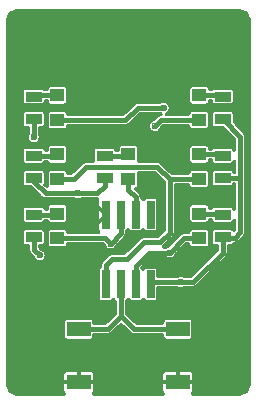
<source format=gbr>
G04 GENERATED BY PULSONIX 10.5 GERBER.DLL 7875A*
G04 #@! TF.GenerationSoftware,Pulsonix,Pulsonix,10.5.7875a*
G04 #@! TF.CreationDate,2019-10-01T10:17:34--1:00*
G04 #@! TF.Part,Single*
%FSLAX35Y35*%
%LPD*%
%MOMM*%
G04 #@! TF.FileFunction,Copper,L1,Top*
G04 #@! TF.FilePolarity,Positive*
G04 #@! TA.AperFunction,Conductor*
%ADD18C,0.40640*%
G04 #@! TA.AperFunction,SMDPad*
%ADD20R,1.40000X0.90000*%
%ADD82R,1.20000X1.10000*%
G04 #@! TA.AperFunction,Conductor*
%ADD163C,0.30480*%
G04 #@! TA.AperFunction,OtherCopper*
%ADD173C,0.30000*%
G04 #@! TA.AperFunction,ViaPad*
%ADD178C,0.60000X0.40000*%
G04 #@! TA.AperFunction,SMDPad*
%ADD1069R,0.70000X2.40000*%
%ADD1070R,2.00000X1.30000*%
X0Y0D02*
D02*
D18*
X590000Y1644750D02*
Y1540000D01*
X640000Y1490000*
X590000Y2490000D02*
Y2644750D01*
Y2835250D02*
X599750Y2845000D01*
X790000*
Y1635000D02*
X1195000D01*
X1240000Y1590000*
X790000Y1845000D02*
X780250Y1835250D01*
X590000*
X790000Y2135000D02*
X928750D01*
X1033750Y2240000*
X1635000*
X1740000Y2135000*
X790000Y2345000D02*
X780250Y2335250D01*
X590000*
X790000Y2635000D02*
X1366250D01*
X1471250Y2740000*
X1690000*
X965000Y2015000D02*
X690000D01*
X590000Y2115000*
Y2144750*
X1190000D02*
Y2077500D01*
X1127500Y2015000*
X965000*
X1199500Y1245000D02*
Y1405750D01*
X1252500Y1458750*
X1377500*
X1521250Y1602500*
X1658750*
X1740000Y1683750*
Y2135000*
X1326500Y977500D02*
Y976500D01*
X1215000Y865000*
X970000*
X1326500Y1245000D02*
Y977500D01*
Y1835000D02*
Y1676500D01*
X1240000Y1590000*
X1390000Y2345000D02*
X1380250Y2335250D01*
X1190000*
X1453500Y1835000D02*
Y1982750D01*
X1390000Y2046250*
Y2135000*
X1580500Y1245000D02*
X1600500Y1265000D01*
X1833750*
X1740000Y1515000D02*
X1565000D01*
X1453500Y1403500*
Y1245000*
X1740000Y1515000D02*
X1859999Y1635000D01*
X1990000*
X1740000Y2135000D02*
X1990000D01*
X1810000Y865000D02*
X1439000D01*
X1326500Y977500*
X1990000Y2345000D02*
X2180250D01*
X2190000Y2335250*
X1990000Y2635000D02*
X1665000D01*
X1615000Y2585000*
X1990000Y2845000D02*
X2180250D01*
X2190000Y2835250*
Y1644750D02*
Y1515000D01*
X1940000Y1265000*
X1833750*
X2190000Y1835250D02*
X2180250Y1845000D01*
X1990000*
X2190000Y2144750D02*
X2335000Y2145000D01*
X2195000Y1640000D02*
X2290000D01*
X2340000Y1690000*
Y2140000*
Y2495000*
X2190000Y2644750*
D02*
D20*
X590000Y1644750D03*
Y1835250D03*
Y2144750D03*
Y2335250D03*
Y2644750D03*
Y2835250D03*
X1190000Y2144750D03*
Y2335250D03*
X2190000Y1644750D03*
Y1835250D03*
Y2144750D03*
Y2335250D03*
Y2644750D03*
Y2835250D03*
D02*
D82*
X790000Y1635000D03*
Y1845000D03*
Y2135000D03*
Y2345000D03*
Y2635000D03*
Y2845000D03*
X1390000Y2135000D03*
Y2345000D03*
X1990000Y1635000D03*
Y1845000D03*
Y2135000D03*
Y2345000D03*
Y2635000D03*
Y2845000D03*
D02*
D163*
X2190000Y1644750D02*
X2195000Y1640000D01*
X2335000Y2145000D02*
X2340000Y2140000D01*
D02*
D173*
X370800Y3490000D02*
Y390000D01*
G75*
G03X440000Y320800I69200*
G01*
X842080*
G75*
G02X829600Y350000I27920J29200*
G01*
Y480000*
G75*
G02X870000Y520400I40400*
G01*
X1070000*
G75*
G02X1110400Y480000J-40400*
G01*
Y350000*
G75*
G02X1097920Y320800I-40400*
G01*
X1682080*
G75*
G02X1669600Y350000I27920J29200*
G01*
Y480000*
G75*
G02X1710000Y520400I40400*
G01*
X1910000*
G75*
G02X1950400Y480000J-40400*
G01*
Y350000*
G75*
G02X1937920Y320800I-40400*
G01*
X2340000*
G75*
G03X2409200Y390000J69200*
G01*
Y3490000*
G75*
G03X2340000Y3559200I-69200*
G01*
X440000*
G75*
G03X370800Y3490000J-69200*
G01*
X652593Y1548909D02*
G75*
G02X700240Y1490000I-12593J-58909D01*
G01*
G75*
G02X581091Y1477407I-60240*
G01*
X554400Y1504098*
G75*
G02X539440Y1540000I35600J35902*
G01*
Y1569510*
X520000*
G75*
G02X489760Y1599750J30240*
G01*
Y1689750*
G75*
G02X520000Y1719990I30240*
G01*
X660000*
G75*
G02X690240Y1689750J-30240*
G01*
Y1599750*
G75*
G02X660000Y1569510I-30240*
G01*
X640560*
Y1560942*
X652593Y1548909*
X850000Y1930240D02*
G75*
G02X880240Y1900000J-30240D01*
G01*
Y1790000*
G75*
G02X850000Y1759760I-30240*
G01*
X730000*
G75*
G02X700230Y1784690J30240*
G01*
X689724*
G75*
G02X660000Y1760010I-29724J5560*
G01*
X520000*
G75*
G02X489760Y1790250J30240*
G01*
Y1880250*
G75*
G02X520000Y1910490I30240*
G01*
X660000*
G75*
G02X689724Y1885810J-30240*
G01*
X699760*
Y1900000*
G75*
G02X730000Y1930240I30240*
G01*
X850000*
X2390560Y2146530D02*
G75*
G02Y2133470I-50560J-6530D01*
G01*
Y1690000*
G75*
G02X2375600Y1654098I-50560*
G01*
X2325902Y1604400*
G75*
G02X2290000Y1589440I-35902J35600*
G01*
X2288428*
G75*
G02X2260000Y1569510I-28428J10310*
G01*
X2240560*
Y1515000*
G75*
G02X2225600Y1479098I-50560*
G01*
X1975902Y1229400*
G75*
G02X1940000Y1214440I-35902J35600*
G01*
X1866500*
G75*
G02X1801000I-32750J50560*
G01*
X1645740*
Y1125000*
G75*
G02X1615500Y1094760I-30240*
G01*
X1545500*
G75*
G02X1517000Y1114890J30240*
G01*
G75*
G02X1488500Y1094760I-28500J10110*
G01*
X1418500*
G75*
G02X1390000Y1114890J30240*
G01*
G75*
G02X1377060Y1099070I-28500J10110*
G01*
Y998442*
X1459942Y915560*
X1679760*
Y930000*
G75*
G02X1710000Y960240I30240*
G01*
X1910000*
G75*
G02X1940240Y930000J-30240*
G01*
Y800000*
G75*
G02X1910000Y769760I-30240*
G01*
X1710000*
G75*
G02X1679760Y800000J30240*
G01*
Y814440*
X1439000*
G75*
G02X1403098Y829400J50560*
G01*
X1327000Y905498*
X1250902Y829400*
G75*
G02X1215000Y814440I-35902J35600*
G01*
X1100240*
Y800000*
G75*
G02X1070000Y769760I-30240*
G01*
X870000*
G75*
G02X839760Y800000J30240*
G01*
Y930000*
G75*
G02X870000Y960240I30240*
G01*
X1070000*
G75*
G02X1100240Y930000J-30240*
G01*
Y915560*
X1194058*
X1275940Y997442*
Y1099070*
G75*
G02X1263000Y1114890I15560J25930*
G01*
G75*
G02X1234500Y1094760I-28500J10110*
G01*
X1164500*
G75*
G02X1134260Y1125000J30240*
G01*
Y1365000*
G75*
G02X1148940Y1390930I30240*
G01*
Y1405750*
G75*
G02X1163900Y1441652I50560*
G01*
X1216598Y1494350*
G75*
G02X1252500Y1509310I35902J-35600*
G01*
X1356558*
X1485348Y1638100*
G75*
G02X1521250Y1653060I35902J-35600*
G01*
X1637808*
X1689440Y1704692*
Y2114058*
X1614058Y2189440*
X1480240*
Y2080000*
G75*
G02X1457138Y2050614I-30240*
G01*
X1489100Y2018652*
G75*
G02X1504060Y1982750I-35600J-35902*
G01*
Y1980930*
G75*
G02X1517000Y1965110I-15560J-25930*
G01*
G75*
G02X1545500Y1985240I28500J-10110*
G01*
X1615500*
G75*
G02X1645740Y1955000J-30240*
G01*
Y1715000*
G75*
G02X1615500Y1684760I-30240*
G01*
X1545500*
G75*
G02X1517000Y1704890J30240*
G01*
G75*
G02X1488500Y1684760I-28500J10110*
G01*
X1418500*
G75*
G02X1390000Y1704890J30240*
G01*
G75*
G02X1377060Y1689070I-28500J10110*
G01*
Y1676500*
G75*
G02X1362100Y1640598I-50560*
G01*
X1298909Y1577407*
G75*
G02X1181091I-58909J12593*
G01*
X1174058Y1584440*
X880240*
Y1580000*
G75*
G02X850000Y1549760I-30240*
G01*
X730000*
G75*
G02X699760Y1580000J30240*
G01*
Y1690000*
G75*
G02X730000Y1720240I30240*
G01*
X850000*
G75*
G02X880240Y1690000J-30240*
G01*
Y1685560*
X1136833*
G75*
G02X1124100Y1715000I27667J29440*
G01*
Y1955000*
G75*
G02X1125218Y1964440I40400J2*
G01*
X997750*
G75*
G02X932250I-32750J50560*
G01*
X690000*
G75*
G02X654098Y1979400J50560*
G01*
X563988Y2069510*
X520000*
G75*
G02X489760Y2099750J30240*
G01*
Y2189750*
G75*
G02X520000Y2219990I30240*
G01*
X660000*
G75*
G02X690240Y2189750J-30240*
G01*
Y2099750*
G75*
G02X688050Y2088452I-30240*
G01*
X699958Y2076544*
G75*
G02X699760Y2080000I30042J3455*
G01*
Y2190000*
G75*
G02X730000Y2220240I30240*
G01*
X850000*
G75*
G02X880240Y2190000J-30240*
G01*
Y2185560*
X907808*
X997848Y2275600*
G75*
G02X1033750Y2290560I35902J-35600*
G01*
X1089760*
Y2380250*
G75*
G02X1120000Y2410490I30240*
G01*
X1260000*
G75*
G02X1289724Y2385810J-30240*
G01*
X1299760*
Y2400000*
G75*
G02X1330000Y2430240I30240*
G01*
X1450000*
G75*
G02X1480240Y2400000J-30240*
G01*
Y2290560*
X1635000*
G75*
G02X1670902Y2275600J-50560*
G01*
X1760942Y2185560*
X1899760*
Y2190000*
G75*
G02X1930000Y2220240I30240*
G01*
X2050000*
G75*
G02X2080240Y2190000J-30240*
G01*
Y2080000*
G75*
G02X2050000Y2049760I-30240*
G01*
X1930000*
G75*
G02X1899760Y2080000J30240*
G01*
Y2084440*
X1790560*
Y1683750*
G75*
G02X1775600Y1647848I-50560*
G01*
X1694652Y1566900*
G75*
G02X1693272Y1565560I-35905J35597*
G01*
X1707250*
G75*
G02X1727407Y1573909I32750J-50560*
G01*
X1824097Y1670600*
G75*
G02X1859999Y1685560I35902J-35600*
G01*
X1899760*
Y1690000*
G75*
G02X1930000Y1720240I30240*
G01*
X2050000*
G75*
G02X2080240Y1690000J-30240*
G01*
Y1580000*
G75*
G02X2050000Y1549760I-30240*
G01*
X1930000*
G75*
G02X1899760Y1580000J30240*
G01*
Y1584440*
X1880941*
X1798909Y1502407*
G75*
G02X1707250Y1464440I-58909J12593*
G01*
X1585942*
X1508861Y1387359*
G75*
G02X1517000Y1375110I-20362J-22358*
G01*
G75*
G02X1545500Y1395240I28500J-10110*
G01*
X1615500*
G75*
G02X1645740Y1365000J-30240*
G01*
Y1315560*
X1801000*
G75*
G02X1866500I32750J-50560*
G01*
X1919058*
X2139440Y1535942*
Y1569510*
X2120000*
G75*
G02X2089760Y1599750J30240*
G01*
Y1689750*
G75*
G02X2120000Y1719990I30240*
G01*
X2260000*
G75*
G02X2285105Y1706607I-1J-30240*
G01*
X2289440Y1710942*
Y1783340*
G75*
G02X2260000Y1760010I-29440J6910*
G01*
X2120000*
G75*
G02X2089760Y1790250J30240*
G01*
Y1794440*
X2080240*
Y1790000*
G75*
G02X2050000Y1759760I-30240*
G01*
X1930000*
G75*
G02X1899760Y1790000J30240*
G01*
Y1900000*
G75*
G02X1930000Y1930240I30240*
G01*
X2050000*
G75*
G02X2080240Y1900000J-30240*
G01*
Y1895560*
X2093922*
G75*
G02X2120000Y1910490I26078J-15310*
G01*
X2260000*
G75*
G02X2289440Y1887160J-30240*
G01*
Y2092840*
G75*
G02X2260000Y2069510I-29440J6910*
G01*
X2120000*
G75*
G02X2089760Y2099750J30240*
G01*
Y2189750*
G75*
G02X2120000Y2219990I30240*
G01*
X2260000*
G75*
G02X2289440Y2196660J-30240*
G01*
Y2283340*
G75*
G02X2260000Y2260010I-29440J6910*
G01*
X2120000*
G75*
G02X2089760Y2290250J30240*
G01*
Y2294440*
X2080240*
Y2290000*
G75*
G02X2050000Y2259760I-30240*
G01*
X1930000*
G75*
G02X1899760Y2290000J30240*
G01*
Y2400000*
G75*
G02X1930000Y2430240I30240*
G01*
X2050000*
G75*
G02X2080240Y2400000J-30240*
G01*
Y2395560*
X2093922*
G75*
G02X2120000Y2410490I26078J-15310*
G01*
X2260000*
G75*
G02X2289440Y2387160J-30240*
G01*
Y2474032*
X2193803Y2569510*
X2120000*
G75*
G02X2089760Y2599750J30240*
G01*
Y2689750*
G75*
G02X2120000Y2719990I30240*
G01*
X2260000*
G75*
G02X2290240Y2689750J-30240*
G01*
Y2616121*
X2375722Y2530781*
G75*
G02X2390560Y2494834I-35722J-35781*
G01*
Y2146530*
X850000Y2430240D02*
G75*
G02X880240Y2400000J-30240D01*
G01*
Y2290000*
G75*
G02X850000Y2259760I-30240*
G01*
X730000*
G75*
G02X700230Y2284690J30240*
G01*
X689724*
G75*
G02X660000Y2260010I-29724J5560*
G01*
X520000*
G75*
G02X489760Y2290250J30240*
G01*
Y2380250*
G75*
G02X520000Y2410490I30240*
G01*
X660000*
G75*
G02X689724Y2385810J-30240*
G01*
X699760*
Y2400000*
G75*
G02X730000Y2430240I30240*
G01*
X850000*
X660000Y2719990D02*
G75*
G02X690240Y2689750J-30240D01*
G01*
Y2599750*
G75*
G02X660000Y2569510I-30240*
G01*
X640560*
Y2522750*
G75*
G02X650240Y2490000I-50560J-32750*
G01*
G75*
G02X529760I-60240*
G01*
G75*
G02X539440Y2522750I60240*
G01*
Y2569510*
X520000*
G75*
G02X489760Y2599750J30240*
G01*
Y2689750*
G75*
G02X520000Y2719990I30240*
G01*
X660000*
X850000Y2930240D02*
G75*
G02X880240Y2900000J-30240D01*
G01*
Y2790000*
G75*
G02X850000Y2759760I-30240*
G01*
X730000*
G75*
G02X699760Y2790000J30240*
G01*
Y2794440*
X690240*
Y2790250*
G75*
G02X660000Y2760010I-30240*
G01*
X520000*
G75*
G02X489760Y2790250J30240*
G01*
Y2880250*
G75*
G02X520000Y2910490I30240*
G01*
X660000*
G75*
G02X686078Y2895560J-30240*
G01*
X699760*
Y2900000*
G75*
G02X730000Y2930240I30240*
G01*
X850000*
X2050000Y2720240D02*
G75*
G02X2080240Y2690000J-30240D01*
G01*
Y2580000*
G75*
G02X2050000Y2549760I-30240*
G01*
X1930000*
G75*
G02X1899760Y2580000J30240*
G01*
Y2584440*
X1685942*
X1673909Y2572407*
G75*
G02X1554760Y2585000I-58909J12593*
G01*
G75*
G02X1602407Y2643909I60240*
G01*
X1629098Y2670600*
G75*
G02X1664222Y2685554I35902J-35600*
G01*
G75*
G02X1657250Y2689440I25778J54446*
G01*
X1492192*
X1402152Y2599400*
G75*
G02X1366250Y2584440I-35902J35600*
G01*
X880240*
Y2580000*
G75*
G02X850000Y2549760I-30240*
G01*
X730000*
G75*
G02X699760Y2580000J30240*
G01*
Y2690000*
G75*
G02X730000Y2720240I30240*
G01*
X850000*
G75*
G02X880240Y2690000J-30240*
G01*
Y2685560*
X1345308*
X1435348Y2775600*
G75*
G02X1471250Y2790560I35902J-35600*
G01*
X1657250*
G75*
G02X1750240Y2740000I32750J-50560*
G01*
G75*
G02X1715790Y2685560I-60240*
G01*
X1899760*
Y2690000*
G75*
G02X1930000Y2720240I30240*
G01*
X2050000*
X2260000Y2910490D02*
G75*
G02X2290240Y2880250J-30240D01*
G01*
Y2790250*
G75*
G02X2260000Y2760010I-30240*
G01*
X2120000*
G75*
G02X2089760Y2790250J30240*
G01*
Y2794440*
X2080240*
Y2790000*
G75*
G02X2050000Y2759760I-30240*
G01*
X1930000*
G75*
G02X1899760Y2790000J30240*
G01*
Y2900000*
G75*
G02X1930000Y2930240I30240*
G01*
X2050000*
G75*
G02X2080240Y2900000J-30240*
G01*
Y2895560*
X2093922*
G75*
G02X2120000Y2910490I26078J-15310*
G01*
X2260000*
X370800Y1574875D02*
G36*
Y390000D01*
G75*
G03X440000Y320800I69200*
G01*
X842080*
G75*
G02X829600Y350000I27920J29200*
G01*
Y480000*
G75*
G02X870000Y520400I40400*
G01*
X1070000*
G75*
G02X1110400Y480000J-40400*
G01*
Y350000*
G75*
G02X1097920Y320800I-40400*
G01*
X1682080*
G75*
G02X1669600Y350000I27920J29200*
G01*
Y480000*
G75*
G02X1710000Y520400I40400*
G01*
X1910000*
G75*
G02X1950400Y480000J-40400*
G01*
Y350000*
G75*
G02X1937920Y320800I-40400*
G01*
X2340000*
G75*
G03X2409200Y390000J69200*
G01*
Y1574875*
X2277196*
G75*
G02X2260000Y1569510I-17196J24875*
G01*
X2240560*
Y1515000*
G75*
G02X2225600Y1479098I-50560*
G01*
X1975902Y1229400*
G75*
G02X1940000Y1214440I-35902J35600*
G01*
X1866500*
G75*
G02X1801000I-32750J50560*
G01*
X1645740*
Y1125000*
G75*
G02X1615500Y1094760I-30240*
G01*
X1545500*
G75*
G02X1517000Y1114890J30240*
G01*
G75*
G02X1488500Y1094760I-28500J10110*
G01*
X1418500*
G75*
G02X1390000Y1114890J30240*
G01*
G75*
G02X1377060Y1099070I-28500J10110*
G01*
Y998442*
X1459942Y915560*
X1679760*
Y930000*
G75*
G02X1710000Y960240I30240*
G01*
X1910000*
G75*
G02X1940240Y930000J-30240*
G01*
Y800000*
G75*
G02X1910000Y769760I-30240*
G01*
X1710000*
G75*
G02X1679760Y800000J30240*
G01*
Y814440*
X1439000*
G75*
G02X1403098Y829400J50560*
G01*
X1327000Y905498*
X1250902Y829400*
G75*
G02X1215000Y814440I-35902J35600*
G01*
X1100240*
Y800000*
G75*
G02X1070000Y769760I-30240*
G01*
X870000*
G75*
G02X839760Y800000J30240*
G01*
Y930000*
G75*
G02X870000Y960240I30240*
G01*
X1070000*
G75*
G02X1100240Y930000J-30240*
G01*
Y915560*
X1194058*
X1275940Y997442*
Y1099070*
G75*
G02X1263000Y1114890I15560J25930*
G01*
G75*
G02X1234500Y1094760I-28500J10110*
G01*
X1164500*
G75*
G02X1134260Y1125000J30240*
G01*
Y1365000*
G75*
G02X1148940Y1390930I30240*
G01*
Y1405750*
G75*
G02X1163900Y1441652I50560*
G01*
X1216598Y1494350*
G75*
G02X1252500Y1509310I35902J-35600*
G01*
X1356558*
X1422123Y1574875*
X1298310*
G75*
G02X1181690I-58310J15125*
G01*
X879803*
G75*
G02X850000Y1549760I-29803J5125*
G01*
X730000*
G75*
G02X700197Y1574875J30240*
G01*
X677196*
G75*
G02X660000Y1569510I-17196J24875*
G01*
X640560*
Y1560942*
X652593Y1548909*
G75*
G02X700240Y1490000I-12593J-58909*
G01*
G75*
G02X581091Y1477407I-60240*
G01*
X554400Y1504098*
G75*
G02X539440Y1540000I35600J35902*
G01*
Y1569510*
X520000*
G75*
G02X502804Y1574875J30240*
G01*
X370800*
G37*
X1508861Y1387359D02*
G36*
G75*
G02X1517000Y1375110I-20362J-22358D01*
G01*
G75*
G02X1545500Y1395240I28500J-10110*
G01*
X1615500*
G75*
G02X1645740Y1365000J-30240*
G01*
Y1315560*
X1801000*
G75*
G02X1866500I32750J-50560*
G01*
X1919058*
X2139440Y1535942*
Y1569510*
X2120000*
G75*
G02X2102804Y1574875J30240*
G01*
X2079803*
G75*
G02X2050000Y1549760I-29803J5125*
G01*
X1930000*
G75*
G02X1900197Y1574875J30240*
G01*
X1871376*
X1798909Y1502407*
G75*
G02X1707250Y1464440I-58909J12593*
G01*
X1585942*
X1508861Y1387359*
G37*
X1694652Y1566900D02*
G36*
G75*
G02X1693272Y1565560I-35906J35597D01*
G01*
X1707250*
G75*
G02X1727407Y1573909I32750J-50560*
G01*
X1728373Y1574875*
X1702627*
X1694652Y1566900*
G37*
X370800Y1845000D02*
G36*
Y1574875D01*
X502804*
G75*
G02X489760Y1599750I17196J24875*
G01*
Y1689750*
G75*
G02X520000Y1719990I30240*
G01*
X660000*
G75*
G02X690240Y1689750J-30240*
G01*
Y1599750*
G75*
G02X677196Y1574875I-30240*
G01*
X700197*
G75*
G02X699760Y1580000I29803J5122*
G01*
Y1690000*
G75*
G02X730000Y1720240I30240*
G01*
X850000*
G75*
G02X880240Y1690000J-30240*
G01*
Y1685560*
X1136833*
G75*
G02X1124100Y1715000I27667J29440*
G01*
Y1845000*
X880240*
Y1790000*
G75*
G02X850000Y1759760I-30240*
G01*
X730000*
G75*
G02X700230Y1784690J30240*
G01*
X689724*
G75*
G02X660000Y1760010I-29724J5560*
G01*
X520000*
G75*
G02X489760Y1790250J30240*
G01*
Y1845000*
X370800*
G37*
X880240Y1584440D02*
G36*
Y1580000D01*
G75*
G02X879803Y1574875I-30240J-3*
G01*
X1181690*
G75*
G02X1181091Y1577407I58308J15131*
G01*
X1174058Y1584440*
X880240*
G37*
X1298909Y1577407D02*
G36*
G75*
G02X1298310Y1574875I-58907J12599D01*
G01*
X1422123*
X1485348Y1638100*
G75*
G02X1521250Y1653060I35902J-35600*
G01*
X1637808*
X1689440Y1704692*
Y1845000*
X1645740*
Y1715000*
G75*
G02X1615500Y1684760I-30240*
G01*
X1545500*
G75*
G02X1517000Y1704890J30240*
G01*
G75*
G02X1488500Y1684760I-28500J10110*
G01*
X1418500*
G75*
G02X1390000Y1704890J30240*
G01*
G75*
G02X1377060Y1689070I-28500J10110*
G01*
Y1676500*
G75*
G02X1362100Y1640598I-50560*
G01*
X1298909Y1577407*
G37*
X1702627Y1574875D02*
G36*
X1728373D01*
X1824097Y1670600*
G75*
G02X1859999Y1685560I35902J-35600*
G01*
X1899760*
Y1690000*
G75*
G02X1930000Y1720240I30240*
G01*
X2050000*
G75*
G02X2080240Y1690000J-30240*
G01*
Y1580000*
G75*
G02X2079803Y1574875I-30240J-3*
G01*
X2102804*
G75*
G02X2089760Y1599750I17196J24875*
G01*
Y1689750*
G75*
G02X2120000Y1719990I30240*
G01*
X2260000*
G75*
G02X2285105Y1706607I-1J-30240*
G01*
X2289440Y1710942*
Y1783340*
G75*
G02X2260000Y1760010I-29440J6910*
G01*
X2120000*
G75*
G02X2089760Y1790250J30240*
G01*
Y1794440*
X2080240*
Y1790000*
G75*
G02X2050000Y1759760I-30240*
G01*
X1930000*
G75*
G02X1899760Y1790000J30240*
G01*
Y1845000*
X1790560*
Y1683750*
G75*
G02X1775600Y1647848I-50560*
G01*
X1702627Y1574875*
G37*
X1880941Y1584440D02*
G36*
X1871376Y1574875D01*
X1900197*
G75*
G02X1899760Y1580000I29803J5122*
G01*
Y1584440*
X1880941*
G37*
X2288428Y1589440D02*
G36*
G75*
G02X2277196Y1574875I-28428J10310D01*
G01*
X2409200*
Y1845000*
X2390560*
Y1690000*
G75*
G02X2375600Y1654098I-50560*
G01*
X2325902Y1604400*
G75*
G02X2290000Y1589440I-35902J35600*
G01*
X2288428*
G37*
X370800Y2345000D02*
G36*
Y1845000D01*
X489760*
Y1880250*
G75*
G02X520000Y1910490I30240*
G01*
X660000*
G75*
G02X689724Y1885810J-30240*
G01*
X699760*
Y1900000*
G75*
G02X730000Y1930240I30240*
G01*
X850000*
G75*
G02X880240Y1900000J-30240*
G01*
Y1845000*
X1124100*
Y1955000*
Y1955002*
G75*
G02X1125218Y1964440I40400*
G01*
X997750*
G75*
G02X932250I-32750J50560*
G01*
X690000*
G75*
G02X654098Y1979400J50560*
G01*
X563988Y2069510*
X520000*
G75*
G02X489760Y2099750J30240*
G01*
Y2189750*
G75*
G02X520000Y2219990I30240*
G01*
X660000*
G75*
G02X690240Y2189750J-30240*
G01*
Y2099750*
G75*
G02X688050Y2088452I-30240*
G01*
X699958Y2076544*
G75*
G02X699760Y2079999I30042J3455*
G01*
Y2080000*
Y2190000*
G75*
G02X730000Y2220240I30240*
G01*
X850000*
G75*
G02X880240Y2190000J-30240*
G01*
Y2185560*
X907808*
X997848Y2275600*
G75*
G02X1033750Y2290560I35902J-35600*
G01*
X1089760*
Y2345000*
X880240*
Y2290000*
G75*
G02X850000Y2259760I-30240*
G01*
X730000*
G75*
G02X700230Y2284690J30240*
G01*
X689724*
G75*
G02X660000Y2260010I-29724J5560*
G01*
X520000*
G75*
G02X489760Y2290250J30240*
G01*
Y2345000*
X370800*
G37*
X1480240Y2189440D02*
G36*
Y2080000D01*
G75*
G02X1457138Y2050614I-30240*
G01*
X1489100Y2018652*
G75*
G02X1504060Y1982750I-35600J-35902*
G01*
Y1980930*
G75*
G02X1517000Y1965110I-15560J-25930*
G01*
G75*
G02X1545500Y1985240I28500J-10110*
G01*
X1615500*
G75*
G02X1645740Y1955000J-30240*
G01*
Y1845000*
X1689440*
Y2114058*
X1614058Y2189440*
X1480240*
G37*
Y2345000D02*
G36*
Y2290560D01*
X1635000*
G75*
G02X1670902Y2275600J-50560*
G01*
X1760942Y2185560*
X1899760*
Y2190000*
G75*
G02X1930000Y2220240I30240*
G01*
X2050000*
G75*
G02X2080240Y2190000J-30240*
G01*
Y2080000*
G75*
G02X2050000Y2049760I-30240*
G01*
X1930000*
G75*
G02X1899760Y2080000J30240*
G01*
Y2084440*
X1790560*
Y1845000*
X1899760*
Y1900000*
G75*
G02X1930000Y1930240I30240*
G01*
X2050000*
G75*
G02X2080240Y1900000J-30240*
G01*
Y1895560*
X2093922*
G75*
G02X2120000Y1910490I26078J-15310*
G01*
X2260000*
G75*
G02X2289440Y1887160J-30240*
G01*
Y2092840*
G75*
G02X2260000Y2069510I-29440J6910*
G01*
X2120000*
G75*
G02X2089760Y2099750J30240*
G01*
Y2189750*
G75*
G02X2120000Y2219990I30240*
G01*
X2260000*
G75*
G02X2289440Y2196660J-30240*
G01*
Y2283340*
G75*
G02X2260000Y2260010I-29440J6910*
G01*
X2120000*
G75*
G02X2089760Y2290250J30240*
G01*
Y2294440*
X2080240*
Y2290000*
G75*
G02X2050000Y2259760I-30240*
G01*
X1930000*
G75*
G02X1899760Y2290000J30240*
G01*
Y2345000*
X1480240*
G37*
X2390560Y2133470D02*
G36*
Y1845000D01*
X2409200*
Y2345000*
X2390560*
Y2146530*
G75*
G02X2390980Y2140000I-50560J-6530*
G01*
G75*
G02X2390560Y2133470I-50980*
G01*
G37*
X370800Y2574875D02*
G36*
Y2345000D01*
X489760*
Y2380250*
G75*
G02X520000Y2410490I30240*
G01*
X660000*
G75*
G02X689724Y2385810J-30240*
G01*
X699760*
Y2400000*
G75*
G02X730000Y2430240I30240*
G01*
X850000*
G75*
G02X880240Y2400000J-30240*
G01*
Y2345000*
X1089760*
Y2380250*
G75*
G02X1120000Y2410490I30240*
G01*
X1260000*
G75*
G02X1289724Y2385810J-30240*
G01*
X1299760*
Y2400000*
G75*
G02X1330000Y2430240I30240*
G01*
X1450000*
G75*
G02X1480240Y2400000J-30240*
G01*
Y2345000*
X1899760*
Y2400000*
G75*
G02X1930000Y2430240I30240*
G01*
X2050000*
G75*
G02X2080240Y2400000J-30240*
G01*
Y2395560*
X2093922*
G75*
G02X2120000Y2410490I26078J-15310*
G01*
X2260000*
G75*
G02X2289440Y2387160J-30240*
G01*
Y2474032*
X2193803Y2569510*
X2120000*
G75*
G02X2102804Y2574875J30240*
G01*
X2079803*
G75*
G02X2050000Y2549760I-29803J5125*
G01*
X1930000*
G75*
G02X1900197Y2574875J30240*
G01*
X1676377*
X1673909Y2572407*
G75*
G02X1555617Y2574875I-58909J12593*
G01*
X879803*
G75*
G02X850000Y2549760I-29803J5125*
G01*
X730000*
G75*
G02X700197Y2574875J30240*
G01*
X677196*
G75*
G02X660000Y2569510I-17196J24875*
G01*
X640560*
Y2522750*
G75*
G02X650240Y2490000I-50560J-32750*
G01*
G75*
G02X529760I-60240*
G01*
G75*
G02X539440Y2522750I60240*
G01*
Y2569510*
X520000*
G75*
G02X502804Y2574875J30240*
G01*
X370800*
G37*
X2331555D02*
G36*
X2375722Y2530781D01*
G75*
G02X2390560Y2495000I-35722J-35781*
G01*
Y2494834*
Y2345000*
X2409200*
Y2574875*
X2331555*
G37*
X370800Y2845000D02*
G36*
Y2574875D01*
X502804*
G75*
G02X489760Y2599750I17196J24875*
G01*
Y2689750*
G75*
G02X520000Y2719990I30240*
G01*
X660000*
G75*
G02X690240Y2689750J-30240*
G01*
Y2599750*
G75*
G02X677196Y2574875I-30240*
G01*
X700197*
G75*
G02X699760Y2580000I29803J5122*
G01*
Y2690000*
G75*
G02X730000Y2720240I30240*
G01*
X850000*
G75*
G02X880240Y2690000J-30240*
G01*
Y2685560*
X1345308*
X1435348Y2775600*
G75*
G02X1471250Y2790560I35902J-35600*
G01*
X1657250*
G75*
G02X1750240Y2740000I32750J-50560*
G01*
G75*
G02X1715790Y2685560I-60240*
G01*
X1899760*
Y2690000*
G75*
G02X1930000Y2720240I30240*
G01*
X2050000*
G75*
G02X2080240Y2690000J-30240*
G01*
Y2580000*
G75*
G02X2079803Y2574875I-30240J-3*
G01*
X2102804*
G75*
G02X2089760Y2599750I17196J24875*
G01*
Y2689750*
G75*
G02X2120000Y2719990I30240*
G01*
X2260000*
G75*
G02X2290240Y2689750J-30240*
G01*
Y2616121*
X2331555Y2574875*
X2409200*
Y2845000*
X2290240*
Y2790250*
G75*
G02X2260000Y2760010I-30240*
G01*
X2120000*
G75*
G02X2089760Y2790250J30240*
G01*
Y2794440*
X2080240*
Y2790000*
G75*
G02X2050000Y2759760I-30240*
G01*
X1930000*
G75*
G02X1899760Y2790000J30240*
G01*
Y2845000*
X880240*
Y2790000*
G75*
G02X850000Y2759760I-30240*
G01*
X730000*
G75*
G02X699760Y2790000J30240*
G01*
Y2794440*
X690240*
Y2790250*
G75*
G02X660000Y2760010I-30240*
G01*
X520000*
G75*
G02X489760Y2790250J30240*
G01*
Y2845000*
X370800*
G37*
X880240Y2584440D02*
G36*
Y2580000D01*
G75*
G02X879803Y2574875I-30240J-3*
G01*
X1555617*
G75*
G02X1554760Y2585000I59383J10125*
G01*
G75*
G02X1602407Y2643909I60240*
G01*
X1629098Y2670600*
G75*
G02X1664222Y2685554I35902J-35600*
G01*
G75*
G02X1657250Y2689440I25778J54446*
G01*
X1492192*
X1402152Y2599400*
G75*
G02X1366250Y2584440I-35902J35600*
G01*
X880240*
G37*
X1685942D02*
G36*
X1676377Y2574875D01*
X1900197*
G75*
G02X1899760Y2580000I29803J5122*
G01*
Y2584440*
X1685942*
G37*
X370800Y3490000D02*
G36*
Y2845000D01*
X489760*
Y2880250*
G75*
G02X520000Y2910490I30240*
G01*
X660000*
G75*
G02X686078Y2895560J-30240*
G01*
X699760*
Y2900000*
G75*
G02X730000Y2930240I30240*
G01*
X850000*
G75*
G02X880240Y2900000J-30240*
G01*
Y2845000*
X1899760*
Y2900000*
G75*
G02X1930000Y2930240I30240*
G01*
X2050000*
G75*
G02X2080240Y2900000J-30240*
G01*
Y2895560*
X2093922*
G75*
G02X2120000Y2910490I26078J-15310*
G01*
X2260000*
G75*
G02X2290240Y2880250J-30240*
G01*
Y2845000*
X2409200*
Y3490000*
G75*
G03X2340000Y3559200I-69200*
G01*
X440000*
G75*
G03X370800Y3490000J-69200*
G01*
G37*
X885000Y415000D02*
X829600D01*
X970000Y465000D02*
Y520400D01*
X1055000Y415000D02*
X1110400D01*
X1175107Y1810607D02*
X1113493Y1748993D01*
X1175107Y1859393D02*
X1113493Y1921007D01*
X1725000Y415000D02*
X1669600D01*
X1810000Y465000D02*
Y520400D01*
X1895000Y415000D02*
X1950400D01*
D02*
D178*
X440000Y390000D03*
Y565000D03*
Y3315000D03*
Y3490000D03*
X590000Y2490000D03*
X615000Y390000D03*
Y3490000D03*
X640000Y1490000D03*
X965000Y2015000D03*
X1240000Y1590000D03*
X1615000Y2585000D03*
X1690000Y2740000D03*
X1740000Y1515000D03*
X1833750Y1265000D03*
X2165000Y390000D03*
Y3490000D03*
X2340000Y390000D03*
Y565000D03*
Y3315000D03*
Y3490000D03*
D02*
D1069*
X1199500Y1245000D03*
Y1835000D03*
X1326500Y1245000D03*
Y1835000D03*
X1453500Y1245000D03*
Y1835000D03*
X1580500Y1245000D03*
Y1835000D03*
D02*
D1070*
X970000Y415000D03*
Y865000D03*
X1810000Y415000D03*
Y865000D03*
X0Y0D02*
M02*

</source>
